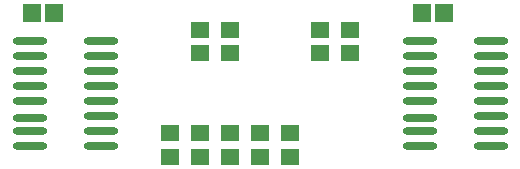
<source format=gbp>
G04 Layer_Color=128*
%FSTAX24Y24*%
%MOIN*%
G70*
G01*
G75*
%ADD22R,0.0591X0.0551*%
%ADD23O,0.1161X0.0236*%
%ADD24R,0.0591X0.0630*%
D22*
X02195Y013969D02*
D03*
Y014756D02*
D03*
X01995Y013969D02*
D03*
Y014756D02*
D03*
X02095Y013969D02*
D03*
Y014756D02*
D03*
X02295Y013969D02*
D03*
Y014756D02*
D03*
X02095Y018206D02*
D03*
Y017419D02*
D03*
X02195Y018206D02*
D03*
Y017419D02*
D03*
X02495Y018206D02*
D03*
Y017419D02*
D03*
X02595Y018206D02*
D03*
Y017419D02*
D03*
X02395Y013969D02*
D03*
Y014756D02*
D03*
D23*
X015269Y014313D02*
D03*
Y014813D02*
D03*
Y015263D02*
D03*
Y015813D02*
D03*
Y016313D02*
D03*
Y016813D02*
D03*
Y017313D02*
D03*
Y017813D02*
D03*
X017631Y014313D02*
D03*
Y014813D02*
D03*
Y015313D02*
D03*
Y015813D02*
D03*
Y016313D02*
D03*
Y016813D02*
D03*
Y017313D02*
D03*
Y017813D02*
D03*
X028269Y014313D02*
D03*
Y014813D02*
D03*
Y015263D02*
D03*
Y015813D02*
D03*
Y016313D02*
D03*
Y016813D02*
D03*
Y017313D02*
D03*
Y017813D02*
D03*
X030631Y014313D02*
D03*
Y014813D02*
D03*
Y015313D02*
D03*
Y015813D02*
D03*
Y016313D02*
D03*
Y016813D02*
D03*
Y017313D02*
D03*
Y017813D02*
D03*
D24*
X015326Y018763D02*
D03*
X016074D02*
D03*
X028326D02*
D03*
X029074D02*
D03*
M02*

</source>
